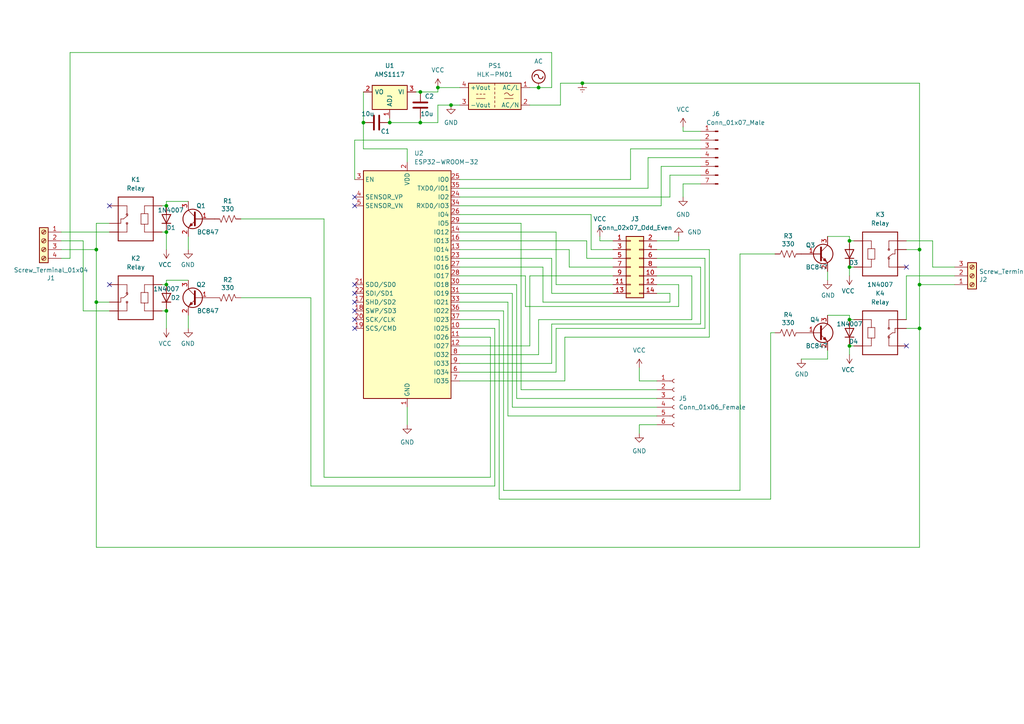
<source format=kicad_sch>
(kicad_sch (version 20211123) (generator eeschema)
  (paper "A4")
  (lib_symbols
    (symbol "111ADDEDNEW:Relay" (pin_numbers hide) (pin_names (offset 1.016) hide)
      (property "Reference" "K4" (at 0 -11.8618 0))
      (property "Value" "Relay" (at 2.54 -8.89 0))
      (symbol "Relay_0_0"
        (polyline (pts (xy -5.08 -7.62) (xy -5.08 5.08)) (stroke (width 0.254)))
        (polyline (pts (xy -5.08 2.54) (xy -2.54 2.54)) (stroke (width 0.1524)))
        (polyline (pts (xy -5.08 5.08) (xy 5.08 5.08)) (stroke (width 0.254)))
        (polyline (pts (xy -3.556 -2.794) (xy -2.54 -2.794)) (stroke (width 0.1524)))
        (polyline (pts (xy -3.556 0.254) (xy -3.556 -2.794)) (stroke (width 0.1524)))
        (polyline (pts (xy -2.54 -5.08) (xy -5.08 -5.08)) (stroke (width 0.1524)))
        (polyline (pts (xy -2.54 -2.794) (xy -2.54 -5.08)) (stroke (width 0.1524)))
        (polyline (pts (xy -2.54 -2.794) (xy -1.524 -2.794)) (stroke (width 0.1524)))
        (polyline (pts (xy -2.54 0.254) (xy -3.556 0.254)) (stroke (width 0.1524)))
        (polyline (pts (xy -2.54 2.54) (xy -2.54 0.254)) (stroke (width 0.1524)))
        (polyline (pts (xy -1.524 -2.794) (xy -1.524 0.254)) (stroke (width 0.1524)))
        (polyline (pts (xy -1.524 0.254) (xy -2.54 0.254)) (stroke (width 0.1524)))
        (polyline (pts (xy 2.54 -5.08) (xy 5.08 -5.08)) (stroke (width 0.1524)))
        (polyline (pts (xy 2.54 -2.54) (xy 2.54 -5.08)) (stroke (width 0.1524)))
        (polyline (pts (xy 2.54 2.54) (xy 2.54 0)) (stroke (width 0.1524)))
        (polyline (pts (xy 3.556 -1.27) (xy 2.286 -2.286)) (stroke (width 0.1524)))
        (polyline (pts (xy 3.556 -1.27) (xy 4.318 -1.27)) (stroke (width 0.1524)))
        (polyline (pts (xy 4.318 -1.27) (xy 4.318 0)) (stroke (width 0.1524)))
        (polyline (pts (xy 4.318 0) (xy 5.08 0)) (stroke (width 0.1524)))
        (polyline (pts (xy 5.08 -7.62) (xy -5.08 -7.62)) (stroke (width 0.254)))
        (polyline (pts (xy 5.08 0) (xy 5.08 -7.62)) (stroke (width 0.254)))
        (polyline (pts (xy 5.08 2.54) (xy 2.54 2.54)) (stroke (width 0.1524)))
        (polyline (pts (xy 5.08 5.08) (xy 5.08 0)) (stroke (width 0.254)))
        (circle (center 2.54 -2.54) (radius 0.254) (stroke (width 0.1524)))
        (circle (center 2.54 0) (radius 0.254) (stroke (width 0.1524)))
        (pin passive line (at -7.62 2.54 0) (length 2.54) (name "~") (number "A1"))
        (pin passive line (at -7.62 -5.08 0) (length 2.54) (name "~") (number "A2"))
        (pin passive line (at 7.62 0 180) (length 2.54) (name "~") (number "COM"))
        (pin passive line (at 7.62 -5.08 180) (length 2.54) (name "~") (number "NC"))
        (pin passive line (at 7.62 2.54 180) (length 2.54) (name "~") (number "NO"))
      )
    )
    (symbol "Connector:Conn_01x06_Female" (pin_names (offset 1.016) hide)
      (property "Reference" "J" (at 0 7.62 0))
      (property "Value" "Conn_01x06_Female" (at 0 -10.16 0))
      (symbol "Conn_01x06_Female_1_1"
        (arc (start 0 -7.112) (mid -0.508 -7.62) (end 0 -8.128) (stroke (width 0.1524)))
        (arc (start 0 -4.572) (mid -0.508 -5.08) (end 0 -5.588) (stroke (width 0.1524)))
        (arc (start 0 -2.032) (mid -0.508 -2.54) (end 0 -3.048) (stroke (width 0.1524)))
        (polyline (pts (xy -1.27 -7.62) (xy -0.508 -7.62)) (stroke (width 0.1524)))
        (polyline (pts (xy -1.27 -5.08) (xy -0.508 -5.08)) (stroke (width 0.1524)))
        (polyline (pts (xy -1.27 -2.54) (xy -0.508 -2.54)) (stroke (width 0.1524)))
        (polyline (pts (xy -1.27 0) (xy -0.508 0)) (stroke (width 0.1524)))
        (polyline (pts (xy -1.27 2.54) (xy -0.508 2.54)) (stroke (width 0.1524)))
        (polyline (pts (xy -1.27 5.08) (xy -0.508 5.08)) (stroke (width 0.1524)))
        (arc (start 0 0.508) (mid -0.508 0) (end 0 -0.508) (stroke (width 0.1524)))
        (arc (start 0 3.048) (mid -0.508 2.54) (end 0 2.032) (stroke (width 0.1524)))
        (arc (start 0 5.588) (mid -0.508 5.08) (end 0 4.572) (stroke (width 0.1524)))
        (pin passive line (at -5.08 5.08 0) (length 3.81) (name "Pin_1") (number "1"))
        (pin passive line (at -5.08 2.54 0) (length 3.81) (name "Pin_2") (number "2"))
        (pin passive line (at -5.08 0 0) (length 3.81) (name "Pin_3") (number "3"))
        (pin passive line (at -5.08 -2.54 0) (length 3.81) (name "Pin_4") (number "4"))
        (pin passive line (at -5.08 -5.08 0) (length 3.81) (name "Pin_5") (number "5"))
        (pin passive line (at -5.08 -7.62 0) (length 3.81) (name "Pin_6") (number "6"))
      )
    )
    (symbol "Connector:Conn_01x07_Male" (pin_names (offset 1.016) hide)
      (property "Reference" "J" (at 0 10.16 0))
      (property "Value" "Conn_01x07_Male" (at 0 -10.16 0))
      (symbol "Conn_01x07_Male_1_1"
        (polyline (pts (xy 1.27 -7.62) (xy 0.8636 -7.62)) (stroke (width 0.1524)))
        (polyline (pts (xy 1.27 -5.08) (xy 0.8636 -5.08)) (stroke (width 0.1524)))
        (polyline (pts (xy 1.27 -2.54) (xy 0.8636 -2.54)) (stroke (width 0.1524)))
        (polyline (pts (xy 1.27 0) (xy 0.8636 0)) (stroke (width 0.1524)))
        (polyline (pts (xy 1.27 2.54) (xy 0.8636 2.54)) (stroke (width 0.1524)))
        (polyline (pts (xy 1.27 5.08) (xy 0.8636 5.08)) (stroke (width 0.1524)))
        (polyline (pts (xy 1.27 7.62) (xy 0.8636 7.62)) (stroke (width 0.1524)))
        (rectangle (start 0.8636 -7.493) (end 0 -7.747) (stroke (width 0.1524)) (fill (type outline)))
        (rectangle (start 0.8636 -4.953) (end 0 -5.207) (stroke (width 0.1524)) (fill (type outline)))
        (rectangle (start 0.8636 -2.413) (end 0 -2.667) (stroke (width 0.1524)) (fill (type outline)))
        (rectangle (start 0.8636 0.127) (end 0 -0.127) (stroke (width 0.1524)) (fill (type outline)))
        (rectangle (start 0.8636 2.667) (end 0 2.413) (stroke (width 0.1524)) (fill (type outline)))
        (rectangle (start 0.8636 5.207) (end 0 4.953) (stroke (width 0.1524)) (fill (type outline)))
        (rectangle (start 0.8636 7.747) (end 0 7.493) (stroke (width 0.1524)) (fill (type outline)))
        (pin passive line (at 5.08 7.62 180) (length 3.81) (name "Pin_1") (number "1"))
        (pin passive line (at 5.08 5.08 180) (length 3.81) (name "Pin_2") (number "2"))
        (pin passive line (at 5.08 2.54 180) (length 3.81) (name "Pin_3") (number "3"))
        (pin passive line (at 5.08 0 180) (length 3.81) (name "Pin_4") (number "4"))
        (pin passive line (at 5.08 -2.54 180) (length 3.81) (name "Pin_5") (number "5"))
        (pin passive line (at 5.08 -5.08 180) (length 3.81) (name "Pin_6") (number "6"))
        (pin passive line (at 5.08 -7.62 180) (length 3.81) (name "Pin_7") (number "7"))
      )
    )
    (symbol "Connector:Screw_Terminal_01x03" (pin_names (offset 1.016) hide)
      (property "Reference" "J" (at 0 5.08 0))
      (property "Value" "Screw_Terminal_01x03" (at 0 -5.08 0))
      (symbol "Screw_Terminal_01x03_1_1"
        (rectangle (start -1.27 3.81) (end 1.27 -3.81) (stroke (width 0.254)) (fill (type background)))
        (circle (center 0 -2.54) (radius 0.635) (stroke (width 0.1524)))
        (polyline (pts (xy -0.5334 -2.2098) (xy 0.3302 -3.048)) (stroke (width 0.1524)))
        (polyline (pts (xy -0.5334 0.3302) (xy 0.3302 -0.508)) (stroke (width 0.1524)))
        (polyline (pts (xy -0.5334 2.8702) (xy 0.3302 2.032)) (stroke (width 0.1524)))
        (polyline (pts (xy -0.3556 -2.032) (xy 0.508 -2.8702)) (stroke (width 0.1524)))
        (polyline (pts (xy -0.3556 0.508) (xy 0.508 -0.3302)) (stroke (width 0.1524)))
        (polyline (pts (xy -0.3556 3.048) (xy 0.508 2.2098)) (stroke (width 0.1524)))
        (circle (center 0 0) (radius 0.635) (stroke (width 0.1524)))
        (circle (center 0 2.54) (radius 0.635) (stroke (width 0.1524)))
        (pin passive line (at -5.08 2.54 0) (length 3.81) (name "Pin_1") (number "1"))
        (pin passive line (at -5.08 0 0) (length 3.81) (name "Pin_2") (number "2"))
        (pin passive line (at -5.08 -2.54 0) (length 3.81) (name "Pin_3") (number "3"))
      )
    )
    (symbol "Connector:Screw_Terminal_01x04" (pin_names (offset 1.016) hide)
      (property "Reference" "J" (at 0 5.08 0))
      (property "Value" "Screw_Terminal_01x04" (at 0 -7.62 0))
      (symbol "Screw_Terminal_01x04_1_1"
        (rectangle (start -1.27 3.81) (end 1.27 -6.35) (stroke (width 0.254)) (fill (type background)))
        (circle (center 0 -5.08) (radius 0.635) (stroke (width 0.1524)))
        (circle (center 0 -2.54) (radius 0.635) (stroke (width 0.1524)))
        (polyline (pts (xy -0.5334 -4.7498) (xy 0.3302 -5.588)) (stroke (width 0.1524)))
        (polyline (pts (xy -0.5334 -2.2098) (xy 0.3302 -3.048)) (stroke (width 0.1524)))
        (polyline (pts (xy -0.5334 0.3302) (xy 0.3302 -0.508)) (stroke (width 0.1524)))
        (polyline (pts (xy -0.5334 2.8702) (xy 0.3302 2.032)) (stroke (width 0.1524)))
        (polyline (pts (xy -0.3556 -4.572) (xy 0.508 -5.4102)) (stroke (width 0.1524)))
        (polyline (pts (xy -0.3556 -2.032) (xy 0.508 -2.8702)) (stroke (width 0.1524)))
        (polyline (pts (xy -0.3556 0.508) (xy 0.508 -0.3302)) (stroke (width 0.1524)))
        (polyline (pts (xy -0.3556 3.048) (xy 0.508 2.2098)) (stroke (width 0.1524)))
        (circle (center 0 0) (radius 0.635) (stroke (width 0.1524)))
        (circle (center 0 2.54) (radius 0.635) (stroke (width 0.1524)))
        (pin passive line (at -5.08 2.54 0) (length 3.81) (name "Pin_1") (number "1"))
        (pin passive line (at -5.08 0 0) (length 3.81) (name "Pin_2") (number "2"))
        (pin passive line (at -5.08 -2.54 0) (length 3.81) (name "Pin_3") (number "3"))
        (pin passive line (at -5.08 -5.08 0) (length 3.81) (name "Pin_4") (number "4"))
      )
    )
    (symbol "Connector_Generic:Conn_02x07_Odd_Even" (pin_names (offset 1.016) hide)
      (property "Reference" "J" (at 1.27 10.16 0))
      (property "Value" "Conn_02x07_Odd_Even" (at 1.27 -10.16 0))
      (symbol "Conn_02x07_Odd_Even_1_1"
        (rectangle (start -1.27 -7.493) (end 0 -7.747) (stroke (width 0.1524)))
        (rectangle (start -1.27 -4.953) (end 0 -5.207) (stroke (width 0.1524)))
        (rectangle (start -1.27 -2.413) (end 0 -2.667) (stroke (width 0.1524)))
        (rectangle (start -1.27 0.127) (end 0 -0.127) (stroke (width 0.1524)))
        (rectangle (start -1.27 2.667) (end 0 2.413) (stroke (width 0.1524)))
        (rectangle (start -1.27 5.207) (end 0 4.953) (stroke (width 0.1524)))
        (rectangle (start -1.27 7.747) (end 0 7.493) (stroke (width 0.1524)))
        (rectangle (start -1.27 8.89) (end 3.81 -8.89) (stroke (width 0.254)) (fill (type background)))
        (rectangle (start 3.81 -7.493) (end 2.54 -7.747) (stroke (width 0.1524)))
        (rectangle (start 3.81 -4.953) (end 2.54 -5.207) (stroke (width 0.1524)))
        (rectangle (start 3.81 -2.413) (end 2.54 -2.667) (stroke (width 0.1524)))
        (rectangle (start 3.81 0.127) (end 2.54 -0.127) (stroke (width 0.1524)))
        (rectangle (start 3.81 2.667) (end 2.54 2.413) (stroke (width 0.1524)))
        (rectangle (start 3.81 5.207) (end 2.54 4.953) (stroke (width 0.1524)))
        (rectangle (start 3.81 7.747) (end 2.54 7.493) (stroke (width 0.1524)))
        (pin passive line (at -5.08 7.62 0) (length 3.81) (name "Pin_1") (number "1"))
        (pin passive line (at 7.62 -2.54 180) (length 3.81) (name "Pin_10") (number "10"))
        (pin passive line (at -5.08 -5.08 0) (length 3.81) (name "Pin_11") (number "11"))
        (pin passive line (at 7.62 -5.08 180) (length 3.81) (name "Pin_12") (number "12"))
        (pin passive line (at -5.08 -7.62 0) (length 3.81) (name "Pin_13") (number "13"))
        (pin passive line (at 7.62 -7.62 180) (length 3.81) (name "Pin_14") (number "14"))
        (pin passive line (at 7.62 7.62 180) (length 3.81) (name "Pin_2") (number "2"))
        (pin passive line (at -5.08 5.08 0) (length 3.81) (name "Pin_3") (number "3"))
        (pin passive line (at 7.62 5.08 180) (length 3.81) (name "Pin_4") (number "4"))
        (pin passive line (at -5.08 2.54 0) (length 3.81) (name "Pin_5") (number "5"))
        (pin passive line (at 7.62 2.54 180) (length 3.81) (name "Pin_6") (number "6"))
        (pin passive line (at -5.08 0 0) (length 3.81) (name "Pin_7") (number "7"))
        (pin passive line (at 7.62 0 180) (length 3.81) (name "Pin_8") (number "8"))
        (pin passive line (at -5.08 -2.54 0) (length 3.81) (name "Pin_9") (number "9"))
      )
    )
    (symbol "Converter_ACDC:HLK-PM01"
      (property "Reference" "PS" (at 0 5.08 0))
      (property "Value" "HLK-PM01" (at 0 -5.08 0))
      (symbol "HLK-PM01_0_1"
        (rectangle (start -7.62 3.81) (end 7.62 -3.81) (stroke (width 0.254)) (fill (type background)))
        (arc (start -5.334 0.635) (mid -4.699 0.2495) (end -4.064 0.635))
        (arc (start -2.794 0.635) (mid -3.429 1.0072) (end -4.064 0.635))
        (polyline (pts (xy -5.334 -0.635) (xy -2.794 -0.635)))
        (polyline (pts (xy 0 -2.54) (xy 0 -3.175)))
        (polyline (pts (xy 0 -1.27) (xy 0 -1.905)))
        (polyline (pts (xy 0 0) (xy 0 -0.635)))
        (polyline (pts (xy 0 1.27) (xy 0 0.635)))
        (polyline (pts (xy 0 2.54) (xy 0 1.905)))
        (polyline (pts (xy 0 3.81) (xy 0 3.175)))
        (polyline (pts (xy 2.794 -0.635) (xy 5.334 -0.635)))
        (polyline (pts (xy 2.794 0.635) (xy 3.302 0.635)))
        (polyline (pts (xy 3.81 0.635) (xy 4.318 0.635)))
        (polyline (pts (xy 4.826 0.635) (xy 5.334 0.635)))
      )
      (symbol "HLK-PM01_1_1"
        (pin power_in line (at -10.16 2.54 0) (length 2.54) (name "AC/L") (number "1"))
        (pin power_in line (at -10.16 -2.54 0) (length 2.54) (name "AC/N") (number "2"))
        (pin power_out line (at 10.16 -2.54 180) (length 2.54) (name "-Vout") (number "3"))
        (pin power_out line (at 10.16 2.54 180) (length 2.54) (name "+Vout") (number "4"))
      )
    )
    (symbol "Device:C" (pin_numbers hide) (pin_names (offset 0.254))
      (property "Reference" "C" (at 0.635 2.54 0))
      (property "Value" "C" (at 0.635 -2.54 0))
      (symbol "C_0_1"
        (polyline (pts (xy -2.032 -0.762) (xy 2.032 -0.762)) (stroke (width 0.508)))
        (polyline (pts (xy -2.032 0.762) (xy 2.032 0.762)) (stroke (width 0.508)))
      )
      (symbol "C_1_1"
        (pin passive line (at 0 3.81 270) (length 2.794) (name "~") (number "1"))
        (pin passive line (at 0 -3.81 90) (length 2.794) (name "~") (number "2"))
      )
    )
    (symbol "Device:R_US" (pin_numbers hide) (pin_names (offset 0))
      (property "Reference" "R" (at 2.54 0 90))
      (property "Value" "R_US" (at -2.54 0 90))
      (symbol "R_US_0_1"
        (polyline (pts (xy 0 -2.286) (xy 0 -2.54)))
        (polyline (pts (xy 0 2.286) (xy 0 2.54)))
        (polyline (pts (xy 0 -0.762) (xy 1.016 -1.143) (xy 0 -1.524) (xy -1.016 -1.905) (xy 0 -2.286)))
        (polyline (pts (xy 0 0.762) (xy 1.016 0.381) (xy 0 0) (xy -1.016 -0.381) (xy 0 -0.762)))
        (polyline (pts (xy 0 2.286) (xy 1.016 1.905) (xy 0 1.524) (xy -1.016 1.143) (xy 0 0.762)))
      )
      (symbol "R_US_1_1"
        (pin passive line (at 0 3.81 270) (length 1.27) (name "~") (number "1"))
        (pin passive line (at 0 -3.81 90) (length 1.27) (name "~") (number "2"))
      )
    )
    (symbol "Diode:1N4007" (pin_numbers hide) (pin_names (offset 1.016) hide)
      (property "Reference" "D" (at 0 2.54 0))
      (property "Value" "1N4007" (at 0 -2.54 0))
      (symbol "1N4007_0_1"
        (polyline (pts (xy -1.27 1.27) (xy -1.27 -1.27)) (stroke (width 0.254)))
        (polyline (pts (xy 1.27 0) (xy -1.27 0)))
        (polyline (pts (xy 1.27 1.27) (xy 1.27 -1.27) (xy -1.27 0) (xy 1.27 1.27)) (stroke (width 0.254)))
      )
      (symbol "1N4007_1_1"
        (pin passive line (at -3.81 0 0) (length 2.54) (name "K") (number "1"))
        (pin passive line (at 3.81 0 180) (length 2.54) (name "A") (number "2"))
      )
    )
    (symbol "RF_Module:ESP32-WROOM-32"
      (property "Reference" "U" (at -12.7 34.29 0))
      (property "Value" "ESP32-WROOM-32" (at 1.27 34.29 0))
      (symbol "ESP32-WROOM-32_0_1"
        (rectangle (start -12.7 33.02) (end 12.7 -33.02) (stroke (width 0.254)) (fill (type background)))
      )
      (symbol "ESP32-WROOM-32_1_1"
        (pin power_in line (at 0 -35.56 90) (length 2.54) (name "GND") (number "1"))
        (pin bidirectional line (at 15.24 -12.7 180) (length 2.54) (name "IO25") (number "10"))
        (pin bidirectional line (at 15.24 -15.24 180) (length 2.54) (name "IO26") (number "11"))
        (pin bidirectional line (at 15.24 -17.78 180) (length 2.54) (name "IO27") (number "12"))
        (pin bidirectional line (at 15.24 10.16 180) (length 2.54) (name "IO14") (number "13"))
        (pin bidirectional line (at 15.24 15.24 180) (length 2.54) (name "IO12") (number "14"))
        (pin passive line (at 0 -35.56 90) (length 2.54) hide (name "GND") (number "15"))
        (pin bidirectional line (at 15.24 12.7 180) (length 2.54) (name "IO13") (number "16"))
        (pin bidirectional line (at -15.24 -5.08 0) (length 2.54) (name "SHD/SD2") (number "17"))
        (pin bidirectional line (at -15.24 -7.62 0) (length 2.54) (name "SWP/SD3") (number "18"))
        (pin bidirectional line (at -15.24 -12.7 0) (length 2.54) (name "SCS/CMD") (number "19"))
        (pin power_in line (at 0 35.56 270) (length 2.54) (name "VDD") (number "2"))
        (pin bidirectional line (at -15.24 -10.16 0) (length 2.54) (name "SCK/CLK") (number "20"))
        (pin bidirectional line (at -15.24 0 0) (length 2.54) (name "SDO/SD0") (number "21"))
        (pin bidirectional line (at -15.24 -2.54 0) (length 2.54) (name "SDI/SD1") (number "22"))
        (pin bidirectional line (at 15.24 7.62 180) (length 2.54) (name "IO15") (number "23"))
        (pin bidirectional line (at 15.24 25.4 180) (length 2.54) (name "IO2") (number "24"))
        (pin bidirectional line (at 15.24 30.48 180) (length 2.54) (name "IO0") (number "25"))
        (pin bidirectional line (at 15.24 20.32 180) (length 2.54) (name "IO4") (number "26"))
        (pin bidirectional line (at 15.24 5.08 180) (length 2.54) (name "IO16") (number "27"))
        (pin bidirectional line (at 15.24 2.54 180) (length 2.54) (name "IO17") (number "28"))
        (pin bidirectional line (at 15.24 17.78 180) (length 2.54) (name "IO5") (number "29"))
        (pin input line (at -15.24 30.48 0) (length 2.54) (name "EN") (number "3"))
        (pin bidirectional line (at 15.24 0 180) (length 2.54) (name "IO18") (number "30"))
        (pin bidirectional line (at 15.24 -2.54 180) (length 2.54) (name "IO19") (number "31"))
        (pin no_connect line (at -12.7 -27.94 0) (length 2.54) hide (name "NC") (number "32"))
        (pin bidirectional line (at 15.24 -5.08 180) (length 2.54) (name "IO21") (number "33"))
        (pin bidirectional line (at 15.24 22.86 180) (length 2.54) (name "RXD0/IO3") (number "34"))
        (pin bidirectional line (at 15.24 27.94 180) (length 2.54) (name "TXD0/IO1") (number "35"))
        (pin bidirectional line (at 15.24 -7.62 180) (length 2.54) (name "IO22") (number "36"))
        (pin bidirectional line (at 15.24 -10.16 180) (length 2.54) (name "IO23") (number "37"))
        (pin passive line (at 0 -35.56 90) (length 2.54) hide (name "GND") (number "38"))
        (pin passive line (at 0 -35.56 90) (length 2.54) hide (name "GND") (number "39"))
        (pin input line (at -15.24 25.4 0) (length 2.54) (name "SENSOR_VP") (number "4"))
        (pin input line (at -15.24 22.86 0) (length 2.54) (name "SENSOR_VN") (number "5"))
        (pin input line (at 15.24 -25.4 180) (length 2.54) (name "IO34") (number "6"))
        (pin input line (at 15.24 -27.94 180) (length 2.54) (name "IO35") (number "7"))
        (pin bidirectional line (at 15.24 -20.32 180) (length 2.54) (name "IO32") (number "8"))
        (pin bidirectional line (at 15.24 -22.86 180) (length 2.54) (name "IO33") (number "9"))
      )
    )
    (symbol "Regulator_Linear:AMS1117" (pin_names (offset 0.762))
      (property "Reference" "U" (at -3.81 3.175 0))
      (property "Value" "AMS1117" (at 0 3.175 0))
      (symbol "AMS1117_0_1"
        (rectangle (start -5.08 -5.08) (end 5.08 1.905) (stroke (width 0.254)) (fill (type background)))
      )
      (symbol "AMS1117_1_1"
        (pin input line (at 0 -7.62 90) (length 2.54) (name "ADJ") (number "1"))
        (pin power_out line (at 7.62 0 180) (length 2.54) (name "VO") (number "2"))
        (pin power_in line (at -7.62 0 0) (length 2.54) (name "VI") (number "3"))
      )
    )
    (symbol "Transistor_BJT:BC847" (pin_names (offset 0) hide)
      (property "Reference" "Q" (at 5.08 1.905 0))
      (property "Value" "BC847" (at 5.08 0 0))
      (symbol "BC847_0_1"
        (polyline (pts (xy 0.635 0.635) (xy 2.54 2.54)))
        (polyline (pts (xy 0.635 -0.635) (xy 2.54 -2.54) (xy 2.54 -2.54)))
        (polyline (pts (xy 0.635 1.905) (xy 0.635 -1.905) (xy 0.635 -1.905)) (stroke (width 0.508)))
        (polyline (pts (xy 1.27 -1.778) (xy 1.778 -1.27) (xy 2.286 -2.286) (xy 1.27 -1.778) (xy 1.27 -1.778)) (fill (type outline)))
        (circle (center 1.27 0) (radius 2.8194) (stroke (width 0.254)))
      )
      (symbol "BC847_1_1"
        (pin input line (at -5.08 0 0) (length 5.715) (name "B") (number "1"))
        (pin passive line (at 2.54 -5.08 90) (length 2.54) (name "E") (number "2"))
        (pin passive line (at 2.54 5.08 270) (length 2.54) (name "C") (number "3"))
      )
    )
    (symbol "power:AC" (power) (pin_names (offset 0))
      (property "Value" "AC" (at 0 6.35 0))
      (symbol "AC_0_1"
        (polyline (pts (xy 0 0) (xy 0 1.27)))
        (arc (start 0 3.175) (mid -0.635 3.81) (end -1.27 3.175) (stroke (width 0.254)))
        (arc (start 0 3.175) (mid 0.635 2.54) (end 1.27 3.175) (stroke (width 0.254)))
        (circle (center 0 3.175) (radius 1.905) (stroke (width 0.254)))
      )
      (symbol "AC_1_1"
        (pin power_in line (at 0 0 90) (length 0) hide (name "AC") (number "1"))
      )
    )
    (symbol "power:Earth" (power) (pin_names (offset 0))
      (symbol "Earth_0_1"
        (polyline (pts (xy -0.635 -1.905) (xy 0.635 -1.905)))
        (polyline (pts (xy -0.127 -2.54) (xy 0.127 -2.54)))
        (polyline (pts (xy 0 -1.27) (xy 0 0)))
        (polyline (pts (xy 1.27 -1.27) (xy -1.27 -1.27)))
      )
      (symbol "Earth_1_1"
        (pin power_in line (at 0 0 270) (length 0) hide (name "Earth") (number "1"))
      )
    )
    (symbol "power:GND" (power) (pin_names (offset 0))
      (property "Value" "GND" (at 0 -3.81 0))
      (symbol "GND_0_1"
        (polyline (pts (xy 0 0) (xy 0 -1.27) (xy 1.27 -1.27) (xy 0 -2.54) (xy -1.27 -1.27) (xy 0 -1.27)))
      )
      (symbol "GND_1_1"
        (pin power_in line (at 0 0 270) (length 0) hide (name "GND") (number "1"))
      )
    )
    (symbol "power:VCC" (power) (pin_names (offset 0))
      (property "Value" "VCC" (at 0 3.81 0))
      (symbol "VCC_0_1"
        (polyline (pts (xy -0.762 1.27) (xy 0 2.54)))
        (polyline (pts (xy 0 0) (xy 0 2.54)))
        (polyline (pts (xy 0 2.54) (xy 0.762 1.27)))
      )
      (symbol "VCC_1_1"
        (pin power_in line (at 0 0 90) (length 0) hide (name "VCC") (number "1"))
      )
    )
  )
  (junction (at 168.91 24.13))
  (junction (at 127 25.4))
  (junction (at 48.26 67.31))
  (junction (at 105.41 35.56))
  (junction (at 48.26 90.17))
  (junction (at 266.7 82.55))
  (junction (at 113.03 35.56))
  (junction (at 156.21 25.4))
  (junction (at 246.38 77.47))
  (junction (at 121.92 26.67))
  (junction (at 246.38 92.71))
  (junction (at 27.94 87.63))
  (junction (at 130.81 30.48))
  (junction (at 121.92 35.56))
  (junction (at 48.26 59.69))
  (junction (at 266.7 95.25))
  (junction (at 246.38 69.85))
  (junction (at 48.26 82.55))
  (junction (at 27.94 72.39))
  (junction (at 266.7 72.39))
  (junction (at 246.38 100.33))
  (no_connect (at 262.89 100.33))
  (no_connect (at 262.89 77.47))
  (no_connect (at 31.75 82.55))
  (no_connect (at 31.75 59.69))
  (no_connect (at 102.87 90.17))
  (no_connect (at 102.87 85.09))
  (no_connect (at 102.87 82.55))
  (no_connect (at 102.87 57.15))
  (no_connect (at 102.87 59.69))
  (no_connect (at 102.87 87.63))
  (no_connect (at 102.87 95.25))
  (no_connect (at 102.87 92.71))
  (wire (pts (xy 270.51 77.47) (xy 270.51 69.85)))
  (wire (pts (xy 54.61 58.42) (xy 48.26 58.42)))
  (wire (pts (xy 105.41 26.67) (xy 105.41 35.56)))
  (wire (pts (xy 133.35 59.69) (xy 191.77 59.69)))
  (wire (pts (xy 171.45 72.39) (xy 177.8 72.39)))
  (wire (pts (xy 198.12 53.34) (xy 198.12 57.15)))
  (wire (pts (xy 204.47 74.93) (xy 204.47 95.25)))
  (wire (pts (xy 170.18 74.93) (xy 177.8 74.93)))
  (wire (pts (xy 144.78 92.71) (xy 144.78 144.78)))
  (wire (pts (xy 203.2 53.34) (xy 198.12 53.34)))
  (wire (pts (xy 190.5 69.85) (xy 196.85 69.85)))
  (wire (pts (xy 17.78 69.85) (xy 24.13 69.85)))
  (wire (pts (xy 266.7 82.55) (xy 266.7 95.25)))
  (wire (pts (xy 27.94 64.77) (xy 27.94 72.39)))
  (wire (pts (xy 240.03 104.14) (xy 232.41 104.14)))
  (wire (pts (xy 48.26 59.69) (xy 46.99 59.69)))
  (wire (pts (xy 196.85 68.58) (xy 196.85 69.85)))
  (wire (pts (xy 113.03 35.56) (xy 113.03 34.29)))
  (wire (pts (xy 54.61 91.44) (xy 54.61 95.25)))
  (wire (pts (xy 224.79 73.66) (xy 214.63 73.66)))
  (wire (pts (xy 144.78 144.78) (xy 223.52 144.78)))
  (wire (pts (xy 246.38 100.33) (xy 246.38 102.87)))
  (wire (pts (xy 200.66 92.71) (xy 200.66 80.01)))
  (wire (pts (xy 196.85 82.55) (xy 190.5 82.55)))
  (wire (pts (xy 203.2 77.47) (xy 203.2 93.98)))
  (wire (pts (xy 262.89 80.01) (xy 262.89 92.71)))
  (wire (pts (xy 223.52 144.78) (xy 223.52 96.52)))
  (wire (pts (xy 133.35 105.41) (xy 160.02 105.41)))
  (wire (pts (xy 133.35 102.87) (xy 156.21 102.87)))
  (wire (pts (xy 130.81 30.48) (xy 127 30.48)))
  (wire (pts (xy 205.74 72.39) (xy 205.74 97.79)))
  (wire (pts (xy 17.78 67.31) (xy 31.75 67.31)))
  (wire (pts (xy 48.26 58.42) (xy 48.26 59.69)))
  (wire (pts (xy 133.35 100.33) (xy 153.67 100.33)))
  (wire (pts (xy 142.24 97.79) (xy 142.24 138.43)))
  (wire (pts (xy 161.29 95.25) (xy 204.47 95.25)))
  (wire (pts (xy 168.91 24.13) (xy 266.7 24.13)))
  (wire (pts (xy 27.94 87.63) (xy 31.75 87.63)))
  (wire (pts (xy 148.59 85.09) (xy 148.59 118.11)))
  (wire (pts (xy 185.42 110.49) (xy 190.5 110.49)))
  (wire (pts (xy 270.51 69.85) (xy 262.89 69.85)))
  (wire (pts (xy 121.92 35.56) (xy 127 35.56)))
  (wire (pts (xy 162.56 30.48) (xy 153.67 30.48)))
  (wire (pts (xy 149.86 82.55) (xy 149.86 115.57)))
  (wire (pts (xy 105.41 43.18) (xy 118.11 43.18)))
  (wire (pts (xy 127 25.4) (xy 133.35 25.4)))
  (wire (pts (xy 161.29 82.55) (xy 177.8 82.55)))
  (wire (pts (xy 247.65 77.47) (xy 246.38 77.47)))
  (wire (pts (xy 157.48 87.63) (xy 194.31 87.63)))
  (wire (pts (xy 17.78 74.93) (xy 20.32 74.93)))
  (wire (pts (xy 163.83 110.49) (xy 163.83 97.79)))
  (wire (pts (xy 93.98 63.5) (xy 93.98 138.43)))
  (wire (pts (xy 162.56 24.13) (xy 162.56 30.48)))
  (wire (pts (xy 196.85 88.9) (xy 196.85 82.55)))
  (wire (pts (xy 133.35 72.39) (xy 165.1 72.39)))
  (wire (pts (xy 93.98 138.43) (xy 142.24 138.43)))
  (wire (pts (xy 90.17 86.36) (xy 90.17 140.97)))
  (wire (pts (xy 276.86 77.47) (xy 270.51 77.47)))
  (wire (pts (xy 152.4 88.9) (xy 196.85 88.9)))
  (wire (pts (xy 113.03 35.56) (xy 121.92 35.56)))
  (wire (pts (xy 185.42 123.19) (xy 185.42 125.73)))
  (wire (pts (xy 69.85 86.36) (xy 90.17 86.36)))
  (wire (pts (xy 187.96 54.61) (xy 187.96 45.72)))
  (wire (pts (xy 153.67 80.01) (xy 177.8 80.01)))
  (wire (pts (xy 191.77 48.26) (xy 203.2 48.26)))
  (wire (pts (xy 266.7 95.25) (xy 262.89 95.25)))
  (wire (pts (xy 198.12 38.1) (xy 203.2 38.1)))
  (wire (pts (xy 121.92 26.67) (xy 127 26.67)))
  (wire (pts (xy 24.13 90.17) (xy 31.75 90.17)))
  (wire (pts (xy 127 26.67) (xy 127 25.4)))
  (wire (pts (xy 266.7 72.39) (xy 266.7 82.55)))
  (wire (pts (xy 147.32 120.65) (xy 190.5 120.65)))
  (wire (pts (xy 247.65 100.33) (xy 246.38 100.33)))
  (wire (pts (xy 147.32 87.63) (xy 147.32 120.65)))
  (wire (pts (xy 133.35 64.77) (xy 151.13 64.77)))
  (wire (pts (xy 156.21 25.4) (xy 160.02 25.4)))
  (wire (pts (xy 214.63 73.66) (xy 214.63 142.24)))
  (wire (pts (xy 187.96 45.72) (xy 203.2 45.72)))
  (wire (pts (xy 149.86 115.57) (xy 190.5 115.57)))
  (wire (pts (xy 133.35 95.25) (xy 143.51 95.25)))
  (wire (pts (xy 133.35 52.07) (xy 182.88 52.07)))
  (wire (pts (xy 160.02 105.41) (xy 160.02 93.98)))
  (wire (pts (xy 246.38 68.58) (xy 246.38 69.85)))
  (wire (pts (xy 118.11 118.11) (xy 118.11 123.19)))
  (wire (pts (xy 240.03 101.6) (xy 240.03 104.14)))
  (wire (pts (xy 90.17 140.97) (xy 143.51 140.97)))
  (wire (pts (xy 133.35 107.95) (xy 161.29 107.95)))
  (wire (pts (xy 165.1 72.39) (xy 165.1 77.47)))
  (wire (pts (xy 205.74 72.39) (xy 190.5 72.39)))
  (wire (pts (xy 160.02 15.24) (xy 160.02 25.4)))
  (wire (pts (xy 266.7 24.13) (xy 266.7 72.39)))
  (wire (pts (xy 133.35 80.01) (xy 152.4 80.01)))
  (wire (pts (xy 198.12 36.83) (xy 198.12 38.1)))
  (wire (pts (xy 24.13 69.85) (xy 24.13 90.17)))
  (wire (pts (xy 170.18 69.85) (xy 170.18 74.93)))
  (wire (pts (xy 161.29 67.31) (xy 161.29 82.55)))
  (wire (pts (xy 224.79 96.52) (xy 223.52 96.52)))
  (wire (pts (xy 133.35 97.79) (xy 142.24 97.79)))
  (wire (pts (xy 20.32 15.24) (xy 160.02 15.24)))
  (wire (pts (xy 190.5 123.19) (xy 185.42 123.19)))
  (wire (pts (xy 162.56 24.13) (xy 168.91 24.13)))
  (wire (pts (xy 204.47 74.93) (xy 190.5 74.93)))
  (wire (pts (xy 153.67 80.01) (xy 153.67 100.33)))
  (wire (pts (xy 240.03 78.74) (xy 240.03 81.28)))
  (wire (pts (xy 148.59 118.11) (xy 190.5 118.11)))
  (wire (pts (xy 20.32 15.24) (xy 20.32 74.93)))
  (wire (pts (xy 48.26 82.55) (xy 46.99 82.55)))
  (wire (pts (xy 54.61 81.28) (xy 48.26 81.28)))
  (wire (pts (xy 182.88 43.18) (xy 203.2 43.18)))
  (wire (pts (xy 157.48 77.47) (xy 157.48 87.63)))
  (wire (pts (xy 118.11 43.18) (xy 118.11 46.99)))
  (wire (pts (xy 160.02 74.93) (xy 160.02 85.09)))
  (wire (pts (xy 121.92 34.29) (xy 121.92 35.56)))
  (wire (pts (xy 185.42 106.68) (xy 185.42 110.49)))
  (wire (pts (xy 133.35 82.55) (xy 149.86 82.55)))
  (wire (pts (xy 27.94 64.77) (xy 31.75 64.77)))
  (wire (pts (xy 105.41 35.56) (xy 105.41 43.18)))
  (wire (pts (xy 133.35 90.17) (xy 146.05 90.17)))
  (wire (pts (xy 171.45 62.23) (xy 171.45 72.39)))
  (wire (pts (xy 200.66 80.01) (xy 190.5 80.01)))
  (wire (pts (xy 182.88 52.07) (xy 182.88 43.18)))
  (wire (pts (xy 194.31 50.8) (xy 203.2 50.8)))
  (wire (pts (xy 48.26 81.28) (xy 48.26 82.55)))
  (wire (pts (xy 69.85 63.5) (xy 93.98 63.5)))
  (wire (pts (xy 133.35 62.23) (xy 171.45 62.23)))
  (wire (pts (xy 48.26 90.17) (xy 48.26 95.25)))
  (wire (pts (xy 203.2 77.47) (xy 190.5 77.47)))
  (wire (pts (xy 246.38 92.71) (xy 247.65 92.71)))
  (wire (pts (xy 246.38 77.47) (xy 246.38 80.01)))
  (wire (pts (xy 133.35 110.49) (xy 163.83 110.49)))
  (wire (pts (xy 156.21 92.71) (xy 200.66 92.71)))
  (wire (pts (xy 102.87 40.64) (xy 102.87 52.07)))
  (wire (pts (xy 240.03 68.58) (xy 246.38 68.58)))
  (wire (pts (xy 48.26 67.31) (xy 48.26 72.39)))
  (wire (pts (xy 153.67 25.4) (xy 156.21 25.4)))
  (wire (pts (xy 246.38 69.85) (xy 247.65 69.85)))
  (wire (pts (xy 133.35 77.47) (xy 157.48 77.47)))
  (wire (pts (xy 151.13 64.77) (xy 151.13 113.03)))
  (wire (pts (xy 133.35 69.85) (xy 170.18 69.85)))
  (wire (pts (xy 161.29 107.95) (xy 161.29 95.25)))
  (wire (pts (xy 130.81 30.48) (xy 133.35 30.48)))
  (wire (pts (xy 266.7 82.55) (xy 276.86 82.55)))
  (wire (pts (xy 173.99 69.85) (xy 177.8 69.85)))
  (wire (pts (xy 194.31 57.15) (xy 194.31 50.8)))
  (wire (pts (xy 120.65 26.67) (xy 121.92 26.67)))
  (wire (pts (xy 133.35 67.31) (xy 161.29 67.31)))
  (wire (pts (xy 262.89 80.01) (xy 276.86 80.01)))
  (wire (pts (xy 54.61 72.39) (xy 54.61 68.58)))
  (wire (pts (xy 143.51 95.25) (xy 143.51 140.97)))
  (wire (pts (xy 102.87 40.64) (xy 203.2 40.64)))
  (wire (pts (xy 240.03 91.44) (xy 246.38 91.44)))
  (wire (pts (xy 214.63 142.24) (xy 146.05 142.24)))
  (wire (pts (xy 156.21 102.87) (xy 156.21 92.71)))
  (wire (pts (xy 46.99 67.31) (xy 48.26 67.31)))
  (wire (pts (xy 262.89 72.39) (xy 266.7 72.39)))
  (wire (pts (xy 27.94 158.75) (xy 266.7 158.75)))
  (wire (pts (xy 163.83 97.79) (xy 205.74 97.79)))
  (wire (pts (xy 133.35 57.15) (xy 194.31 57.15)))
  (wire (pts (xy 27.94 72.39) (xy 17.78 72.39)))
  (wire (pts (xy 152.4 80.01) (xy 152.4 88.9)))
  (wire (pts (xy 133.35 92.71) (xy 144.78 92.71)))
  (wire (pts (xy 27.94 87.63) (xy 27.94 158.75)))
  (wire (pts (xy 133.35 54.61) (xy 187.96 54.61)))
  (wire (pts (xy 127 35.56) (xy 127 30.48)))
  (wire (pts (xy 133.35 87.63) (xy 147.32 87.63)))
  (wire (pts (xy 160.02 85.09) (xy 177.8 85.09)))
  (wire (pts (xy 266.7 95.25) (xy 266.7 158.75)))
  (wire (pts (xy 133.35 85.09) (xy 148.59 85.09)))
  (wire (pts (xy 191.77 59.69) (xy 191.77 48.26)))
  (wire (pts (xy 246.38 91.44) (xy 246.38 92.71)))
  (wire (pts (xy 133.35 74.93) (xy 160.02 74.93)))
  (wire (pts (xy 165.1 77.47) (xy 177.8 77.47)))
  (wire (pts (xy 27.94 72.39) (xy 27.94 87.63)))
  (wire (pts (xy 46.99 90.17) (xy 48.26 90.17)))
  (wire (pts (xy 173.99 68.58) (xy 173.99 69.85)))
  (wire (pts (xy 194.31 87.63) (xy 194.31 85.09)))
  (wire (pts (xy 146.05 90.17) (xy 146.05 142.24)))
  (wire (pts (xy 194.31 85.09) (xy 190.5 85.09)))
  (wire (pts (xy 160.02 93.98) (xy 203.2 93.98)))
  (wire (pts (xy 151.13 113.03) (xy 190.5 113.03)))
  (symbol (lib_id "Connector:Screw_Terminal_01x03") (at 281.94 80.01 0) (mirror x) (unit 1)
    (property "Reference" "J2" (at 283.972 81.0768 0) (effects (justify left)))
    (property "Value" "Screw_Terminal_01x03" (at 283.972 78.7654 0) (effects (justify left)))
    (property "Footprint" "TerminalBlock:TerminalBlock_Altech_AK300-3_P5.00mm" (effects hide))
  )
  (symbol (lib_id "Diode:1N4007") (at 246.38 73.66 90) (unit 1)
    (property "Reference" "D3" (at 248.92 76.2 90) (effects (justify left)))
    (property "Value" "1N4007" (at 259.08 82.55 90) (effects (justify left)))
    (property "Footprint" "Diode_SMD:D_SOD-123" (effects hide))
    (property "Datasheet" "http://www.vishay.com/docs/88503/1n4001.pdf" (effects hide))
  )
  (symbol (lib_id "power:GND") (at 240.03 81.28 0) (unit 1)
    (property "Reference" "#PWR04" (effects hide))
    (property "Value" "GND" (at 240.157 85.6742 0))
  )
  (symbol (lib_id "power:GND") (at 54.61 72.39 0) (mirror y) (unit 1)
    (property "Reference" "#PWR01" (effects hide))
    (property "Value" "GND" (at 54.483 76.7842 0))
  )
  (symbol (lib_id "Device:R_US") (at 66.04 63.5 90) (mirror x) (unit 1)
    (property "Reference" "R1" (at 66.04 58.293 90))
    (property "Value" "330" (at 66.04 60.6044 90))
    (property "Footprint" "Resistor_SMD:R_0805_2012Metric_Pad1.20x1.40mm_HandSolder" (effects hide))
  )
  (symbol (lib_id "Diode:1N4007") (at 48.26 86.36 270) (mirror x) (unit 1)
    (property "Reference" "D2" (at 49.53 86.36 90) (effects (justify left)))
    (property "Value" "1N4007" (at 44.45 83.82 90) (effects (justify left)))
    (property "Footprint" "Diode_SMD:D_SOD-123" (effects hide))
    (property "Datasheet" "http://www.vishay.com/docs/88503/1n4001.pdf" (effects hide))
  )
  (symbol (lib_id "power:GND") (at 54.61 95.25 0) (mirror y) (unit 1)
    (property "Reference" "#PWR02" (effects hide))
    (property "Value" "GND" (at 54.483 99.6442 0))
  )
  (symbol (lib_id "Device:R_US") (at 66.04 86.36 90) (mirror x) (unit 1)
    (property "Reference" "R2" (at 66.04 81.153 90))
    (property "Value" "330" (at 66.04 83.4644 90))
    (property "Footprint" "Resistor_SMD:R_0805_2012Metric_Pad1.20x1.40mm_HandSolder" (effects hide))
  )
  (symbol (lib_id "Diode:1N4007") (at 48.26 63.5 270) (mirror x) (unit 1)
    (property "Reference" "D1" (at 48.26 66.04 90) (effects (justify left)))
    (property "Value" "1N4007" (at 45.72 60.96 90) (effects (justify left)))
    (property "Footprint" "Diode_SMD:D_SOD-123" (effects hide))
    (property "Datasheet" "http://www.vishay.com/docs/88503/1n4001.pdf" (effects hide))
  )
  (symbol (lib_id "power:VCC") (at 246.38 80.01 180) (unit 1)
    (property "Reference" "#PWR0101" (effects hide))
    (property "Value" "VCC" (at 245.999 84.4042 0))
  )
  (symbol (lib_id "power:VCC") (at 246.38 102.87 180) (unit 1)
    (property "Reference" "#PWR0102" (effects hide))
    (property "Value" "VCC" (at 245.999 107.2642 0))
  )
  (symbol (lib_id "power:VCC") (at 48.26 95.25 180) (unit 1)
    (property "Reference" "#PWR0104" (effects hide))
    (property "Value" "VCC" (at 47.879 99.6442 0))
  )
  (symbol (lib_id "power:VCC") (at 48.26 72.39 180) (unit 1)
    (property "Reference" "#PWR0103" (effects hide))
    (property "Value" "VCC" (at 47.879 76.7842 0))
  )
  (symbol (lib_id "Device:R_US") (at 228.6 73.66 270) (unit 1)
    (property "Reference" "R3" (at 228.6 68.453 90))
    (property "Value" "330" (at 228.6 70.7644 90))
    (property "Footprint" "Resistor_SMD:R_0805_2012Metric_Pad1.20x1.40mm_HandSolder" (effects hide))
  )
  (symbol (lib_id "Diode:1N4007") (at 246.38 96.52 90) (unit 1)
    (property "Reference" "D4" (at 248.92 99.06 90) (effects (justify left)))
    (property "Value" "1N4007" (at 250.19 93.98 90) (effects (justify left)))
    (property "Footprint" "Diode_SMD:D_SOD-123" (effects hide))
    (property "Datasheet" "http://www.vishay.com/docs/88503/1n4001.pdf" (effects hide))
  )
  (symbol (lib_id "power:GND") (at 232.41 104.14 0) (unit 1)
    (property "Reference" "#PWR05" (effects hide))
    (property "Value" "GND" (at 232.537 108.5342 0))
  )
  (symbol (lib_id "Device:R_US") (at 228.6 96.52 270) (unit 1)
    (property "Reference" "R4" (at 228.6 91.313 90))
    (property "Value" "330" (at 228.6 93.6244 90))
    (property "Footprint" "Resistor_SMD:R_0805_2012Metric_Pad1.20x1.40mm_HandSolder" (effects hide))
  )
  (symbol (lib_id "Connector:Screw_Terminal_01x04") (at 12.7 69.85 0) (mirror y) (unit 1)
    (property "Reference" "J1" (at 14.7828 80.645 0))
    (property "Value" "Screw_Terminal_01x04" (at 14.7828 78.3336 0))
    (property "Footprint" "TerminalBlock:TerminalBlock_Altech_AK300-4_P5.00mm" (effects hide))
  )
  (symbol (lib_id "Transistor_BJT:BC847") (at 237.49 73.66 0) (unit 1)
    (property "Reference" "Q3" (at 233.68 71.12 0) (effects (justify left)))
    (property "Value" "BC847" (at 233.68 77.47 0) (effects (justify left)))
    (property "Footprint" "Package_TO_SOT_SMD:SOT-23" (effects hide))
    (property "Datasheet" "http://www.infineon.com/dgdl/Infineon-BC847SERIES_BC848SERIES_BC849SERIES_BC850SERIES-DS-v01_01-en.pdf?fileId=db3a304314dca389011541d4630a1657" (effects hide))
  )
  (symbol (lib_id "Transistor_BJT:BC847") (at 237.49 96.52 0) (unit 1)
    (property "Reference" "Q4" (at 234.95 92.71 0) (effects (justify left)))
    (property "Value" "BC847" (at 233.68 100.33 0) (effects (justify left)))
    (property "Footprint" "Package_TO_SOT_SMD:SOT-23" (effects hide))
    (property "Datasheet" "http://www.infineon.com/dgdl/Infineon-BC847SERIES_BC848SERIES_BC849SERIES_BC850SERIES-DS-v01_01-en.pdf?fileId=db3a304314dca389011541d4630a1657" (effects hide))
  )
  (symbol (lib_id "Transistor_BJT:BC847") (at 57.15 86.36 0) (mirror y) (unit 1)
    (property "Reference" "Q2" (at 59.69 82.55 0) (effects (justify left)))
    (property "Value" "BC847" (at 63.5 90.17 0) (effects (justify left)))
    (property "Footprint" "Package_TO_SOT_SMD:SOT-23" (effects hide))
    (property "Datasheet" "http://www.infineon.com/dgdl/Infineon-BC847SERIES_BC848SERIES_BC849SERIES_BC850SERIES-DS-v01_01-en.pdf?fileId=db3a304314dca389011541d4630a1657" (effects hide))
  )
  (symbol (lib_id "Transistor_BJT:BC847") (at 57.15 63.5 0) (mirror y) (unit 1)
    (property "Reference" "Q1" (at 59.69 59.69 0) (effects (justify left)))
    (property "Value" "BC847" (at 63.5 67.31 0) (effects (justify left)))
    (property "Footprint" "Package_TO_SOT_SMD:SOT-23" (effects hide))
    (property "Datasheet" "http://www.infineon.com/dgdl/Infineon-BC847SERIES_BC848SERIES_BC849SERIES_BC850SERIES-DS-v01_01-en.pdf?fileId=db3a304314dca389011541d4630a1657" (effects hide))
  )
  (symbol (lib_id "power:GND") (at 196.85 68.58 180) (unit 1)
    (property "Reference" "#PWR0110" (effects hide))
    (property "Value" "GND" (at 199.39 67.3099 0) (effects (justify right)))
  )
  (symbol (lib_id "power:Earth") (at 168.91 24.13 0) (unit 1)
    (property "Reference" "#PWR0115" (effects hide))
    (property "Value" "Earth" (effects hide))
  )
  (symbol (lib_id "RF_Module:ESP32-WROOM-32") (at 118.11 82.55 0) (unit 1)
    (property "Reference" "U2" (at 120.1294 44.45 0) (effects (justify left)))
    (property "Value" "ESP32-WROOM-32" (at 120.1294 46.99 0) (effects (justify left)))
    (property "Footprint" "RF_Module:ESP32-WROOM-32" (effects hide))
    (property "Datasheet" "https://www.espressif.com/sites/default/files/documentation/esp32-wroom-32_datasheet_en.pdf" (effects hide))
  )
  (symbol (lib_id "power:VCC") (at 198.12 36.83 0) (unit 1)
    (property "Reference" "#PWR0113" (effects hide))
    (property "Value" "VCC" (at 198.12 31.75 0))
  )
  (symbol (lib_id "Connector_Generic:Conn_02x07_Odd_Even") (at 182.88 77.47 0) (unit 1)
    (property "Reference" "J3" (at 184.15 63.5 0))
    (property "Value" "Conn_02x07_Odd_Even" (at 184.15 66.04 0))
    (property "Footprint" "Connector_IDC:IDC-Header_2x07_P2.54mm_Vertical" (effects hide))
  )
  (symbol (lib_id "power:GND") (at 185.42 125.73 0) (unit 1)
    (property "Reference" "#PWR0105" (effects hide))
    (property "Value" "GND" (at 185.42 130.81 0))
  )
  (symbol (lib_id "Connector:Conn_01x06_Female") (at 195.58 115.57 0) (unit 1)
    (property "Reference" "J5" (at 196.85 115.5699 0) (effects (justify left)))
    (property "Value" "Conn_01x06_Female" (at 196.85 118.1099 0) (effects (justify left)))
    (property "Footprint" "Connector_JST:JST_EH_B6B-EH-A_1x06_P2.50mm_Vertical" (effects hide))
  )
  (symbol (lib_id "Connector:Conn_01x07_Male") (at 208.28 45.72 0) (mirror y) (unit 1)
    (property "Reference" "J6" (at 207.645 33.02 0))
    (property "Value" "Conn_01x07_Male" (at 213.36 35.56 0))
    (property "Footprint" "Connector_PinHeader_2.54mm:PinHeader_1x07_P2.54mm_Vertical" (effects hide))
  )
  (symbol (lib_id "Device:C") (at 121.92 30.48 0) (unit 1)
    (property "Reference" "C2" (at 123.19 27.94 0) (effects (justify left)))
    (property "Value" "10u" (at 121.92 33.02 0) (effects (justify left)))
    (property "Footprint" "Capacitor_SMD:C_0805_2012Metric_Pad1.18x1.45mm_HandSolder" (effects hide))
  )
  (symbol (lib_id "111ADDEDNEW:Relay") (at 255.27 72.39 0) (unit 1)
    (property "Reference" "K3" (at 255.27 62.23 0))
    (property "Value" "Relay" (at 255.27 64.77 0))
    (property "Footprint" "1111common:RELAY_SRD-05VDC-SL-C" (effects hide))
  )
  (symbol (lib_id "Converter_ACDC:HLK-PM01") (at 143.51 27.94 0) (mirror y) (unit 1)
    (property "Reference" "PS1" (at 143.51 19.05 0))
    (property "Value" "HLK-PM01" (at 143.51 21.59 0))
    (property "Footprint" "1111common:Converter_ACDC_CHEAP" (effects hide))
    (property "Datasheet" "http://www.hlktech.net/product_detail.php?ProId=54" (effects hide))
  )
  (symbol (lib_id "111ADDEDNEW:Relay") (at 255.27 95.25 0) (unit 1)
    (property "Reference" "K4" (at 255.27 85.09 0))
    (property "Value" "Relay" (at 255.27 87.63 0))
    (property "Footprint" "1111common:RELAY_SRD-05VDC-SL-C" (effects hide))
  )
  (symbol (lib_id "power:AC") (at 156.21 25.4 0) (unit 1)
    (property "Reference" "#PWR0107" (effects hide))
    (property "Value" "AC" (at 156.21 17.78 0))
  )
  (symbol (lib_id "power:VCC") (at 127 25.4 0) (unit 1)
    (property "Reference" "#PWR0112" (effects hide))
    (property "Value" "VCC" (at 127 20.32 0))
  )
  (symbol (lib_id "power:VCC") (at 185.42 106.68 0) (unit 1)
    (property "Reference" "#PWR0106" (effects hide))
    (property "Value" "VCC" (at 185.42 101.6 0))
  )
  (symbol (lib_id "Regulator_Linear:AMS1117") (at 113.03 26.67 0) (mirror y) (unit 1)
    (property "Reference" "U1" (at 113.03 19.05 0))
    (property "Value" "AMS1117" (at 113.03 21.59 0))
    (property "Footprint" "Package_TO_SOT_SMD:SOT-223-3_TabPin2" (effects hide))
    (property "Datasheet" "http://www.advanced-monolithic.com/pdf/ds1117.pdf" (effects hide))
  )
  (symbol (lib_id "power:GND") (at 130.81 30.48 0) (unit 1)
    (property "Reference" "#PWR0111" (effects hide))
    (property "Value" "GND" (at 130.81 35.56 0))
  )
  (symbol (lib_id "111ADDEDNEW:Relay") (at 39.37 87.63 180) (unit 1)
    (property "Reference" "K2" (at 39.37 74.93 0))
    (property "Value" "Relay" (at 39.37 77.47 0))
    (property "Footprint" "1111common:RELAY_SRD-05VDC-SL-C" (effects hide))
  )
  (symbol (lib_id "111ADDEDNEW:Relay") (at 39.37 64.77 180) (unit 1)
    (property "Reference" "K1" (at 39.37 52.07 0))
    (property "Value" "Relay" (at 39.37 54.61 0))
    (property "Footprint" "1111common:RELAY_SRD-05VDC-SL-C" (effects hide))
  )
  (symbol (lib_id "Device:C") (at 109.22 35.56 90) (unit 1)
    (property "Reference" "C1" (at 111.76 38.1 90))
    (property "Value" "10u" (at 106.68 33.02 90))
    (property "Footprint" "Capacitor_SMD:C_0805_2012Metric_Pad1.18x1.45mm_HandSolder" (effects hide))
  )
  (symbol (lib_id "power:VCC") (at 173.99 68.58 0) (unit 1)
    (property "Reference" "#PWR0114" (effects hide))
    (property "Value" "VCC" (at 173.99 63.5 0))
  )
  (symbol (lib_id "power:GND") (at 198.12 57.15 0) (unit 1)
    (property "Reference" "#PWR0108" (effects hide))
    (property "Value" "GND" (at 198.12 62.23 0))
  )
  (symbol (lib_id "power:GND") (at 118.11 123.19 0) (unit 1)
    (property "Reference" "#PWR0109" (effects hide))
    (property "Value" "GND" (at 118.11 128.27 0))
  )
)
</source>
